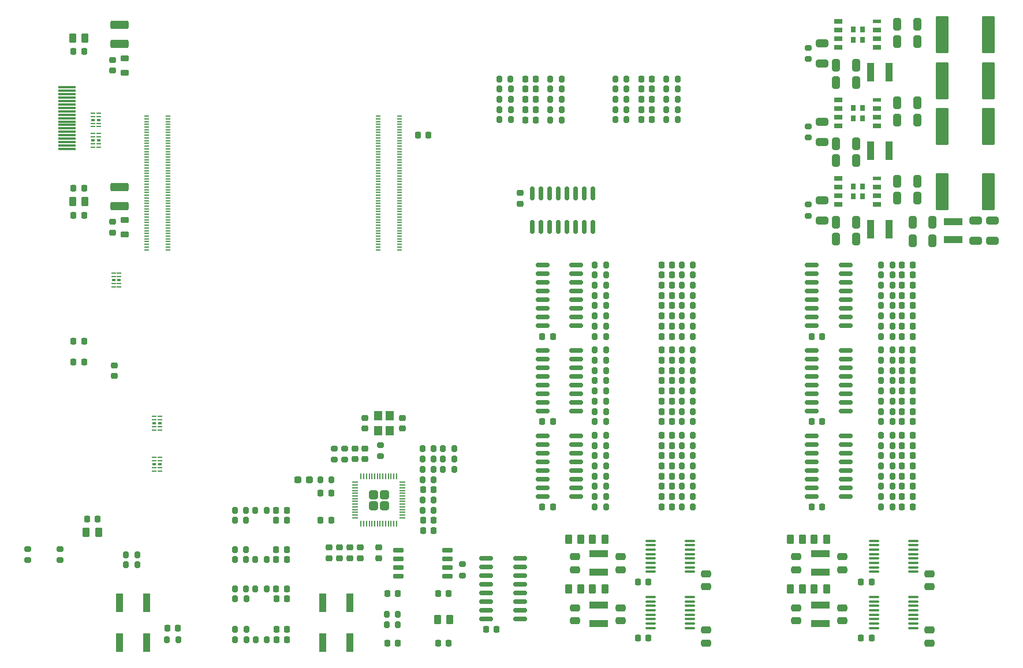
<source format=gtp>
G04 #@! TF.GenerationSoftware,KiCad,Pcbnew,(6.0.9-0)*
G04 #@! TF.CreationDate,2023-02-07T08:34:20+01:00*
G04 #@! TF.ProjectId,Cockpit-CPU-Card,436f636b-7069-4742-9d43-50552d436172,A*
G04 #@! TF.SameCoordinates,Original*
G04 #@! TF.FileFunction,Paste,Top*
G04 #@! TF.FilePolarity,Positive*
%FSLAX46Y46*%
G04 Gerber Fmt 4.6, Leading zero omitted, Abs format (unit mm)*
G04 Created by KiCad (PCBNEW (6.0.9-0)) date 2023-02-07 08:34:20*
%MOMM*%
%LPD*%
G01*
G04 APERTURE LIST*
G04 Aperture macros list*
%AMRoundRect*
0 Rectangle with rounded corners*
0 $1 Rounding radius*
0 $2 $3 $4 $5 $6 $7 $8 $9 X,Y pos of 4 corners*
0 Add a 4 corners polygon primitive as box body*
4,1,4,$2,$3,$4,$5,$6,$7,$8,$9,$2,$3,0*
0 Add four circle primitives for the rounded corners*
1,1,$1+$1,$2,$3*
1,1,$1+$1,$4,$5*
1,1,$1+$1,$6,$7*
1,1,$1+$1,$8,$9*
0 Add four rect primitives between the rounded corners*
20,1,$1+$1,$2,$3,$4,$5,0*
20,1,$1+$1,$4,$5,$6,$7,0*
20,1,$1+$1,$6,$7,$8,$9,0*
20,1,$1+$1,$8,$9,$2,$3,0*%
G04 Aperture macros list end*
%ADD10RoundRect,0.200000X-0.200000X-0.275000X0.200000X-0.275000X0.200000X0.275000X-0.200000X0.275000X0*%
%ADD11R,1.000000X2.800000*%
%ADD12RoundRect,0.225000X-0.225000X-0.250000X0.225000X-0.250000X0.225000X0.250000X-0.225000X0.250000X0*%
%ADD13RoundRect,0.200000X0.200000X0.275000X-0.200000X0.275000X-0.200000X-0.275000X0.200000X-0.275000X0*%
%ADD14RoundRect,0.200000X-0.275000X0.200000X-0.275000X-0.200000X0.275000X-0.200000X0.275000X0.200000X0*%
%ADD15RoundRect,0.019000X0.256000X-0.076000X0.256000X0.076000X-0.256000X0.076000X-0.256000X-0.076000X0*%
%ADD16RoundRect,0.040000X0.235000X-0.160000X0.235000X0.160000X-0.235000X0.160000X-0.235000X-0.160000X0*%
%ADD17RoundRect,0.250000X-0.262500X-0.450000X0.262500X-0.450000X0.262500X0.450000X-0.262500X0.450000X0*%
%ADD18RoundRect,0.150000X0.825000X0.150000X-0.825000X0.150000X-0.825000X-0.150000X0.825000X-0.150000X0*%
%ADD19RoundRect,0.249999X0.395001X0.395001X-0.395001X0.395001X-0.395001X-0.395001X0.395001X-0.395001X0*%
%ADD20RoundRect,0.050000X0.387500X0.050000X-0.387500X0.050000X-0.387500X-0.050000X0.387500X-0.050000X0*%
%ADD21RoundRect,0.050000X0.050000X0.387500X-0.050000X0.387500X-0.050000X-0.387500X0.050000X-0.387500X0*%
%ADD22RoundRect,0.250000X0.325000X0.650000X-0.325000X0.650000X-0.325000X-0.650000X0.325000X-0.650000X0*%
%ADD23RoundRect,0.225000X0.225000X0.250000X-0.225000X0.250000X-0.225000X-0.250000X0.225000X-0.250000X0*%
%ADD24RoundRect,0.019000X-0.256000X0.076000X-0.256000X-0.076000X0.256000X-0.076000X0.256000X0.076000X0*%
%ADD25RoundRect,0.040000X-0.235000X0.160000X-0.235000X-0.160000X0.235000X-0.160000X0.235000X0.160000X0*%
%ADD26R,2.800000X1.000000*%
%ADD27RoundRect,0.250000X0.475000X-0.250000X0.475000X0.250000X-0.475000X0.250000X-0.475000X-0.250000X0*%
%ADD28RoundRect,0.250000X0.262500X0.450000X-0.262500X0.450000X-0.262500X-0.450000X0.262500X-0.450000X0*%
%ADD29RoundRect,0.250000X1.075000X-0.375000X1.075000X0.375000X-1.075000X0.375000X-1.075000X-0.375000X0*%
%ADD30RoundRect,0.200000X0.275000X-0.200000X0.275000X0.200000X-0.275000X0.200000X-0.275000X-0.200000X0*%
%ADD31RoundRect,0.225000X0.250000X-0.225000X0.250000X0.225000X-0.250000X0.225000X-0.250000X-0.225000X0*%
%ADD32RoundRect,0.250000X-0.712500X-2.475000X0.712500X-2.475000X0.712500X2.475000X-0.712500X2.475000X0*%
%ADD33R,1.200000X1.400000*%
%ADD34RoundRect,0.225000X-0.250000X0.225000X-0.250000X-0.225000X0.250000X-0.225000X0.250000X0.225000X0*%
%ADD35RoundRect,0.150000X0.650000X0.150000X-0.650000X0.150000X-0.650000X-0.150000X0.650000X-0.150000X0*%
%ADD36RoundRect,0.250000X-0.650000X0.325000X-0.650000X-0.325000X0.650000X-0.325000X0.650000X0.325000X0*%
%ADD37RoundRect,0.100000X-0.637500X-0.100000X0.637500X-0.100000X0.637500X0.100000X-0.637500X0.100000X0*%
%ADD38R,1.310000X0.650000*%
%ADD39R,1.310000X0.600000*%
%ADD40R,0.795000X0.900000*%
%ADD41RoundRect,0.250000X-0.475000X0.250000X-0.475000X-0.250000X0.475000X-0.250000X0.475000X0.250000X0*%
%ADD42R,0.700000X0.200000*%
%ADD43RoundRect,0.218750X-0.381250X0.218750X-0.381250X-0.218750X0.381250X-0.218750X0.381250X0.218750X0*%
%ADD44RoundRect,0.237500X-0.287500X-0.237500X0.287500X-0.237500X0.287500X0.237500X-0.287500X0.237500X0*%
%ADD45RoundRect,0.150000X0.150000X-0.825000X0.150000X0.825000X-0.150000X0.825000X-0.150000X-0.825000X0*%
%ADD46R,2.600000X0.300000*%
G04 APERTURE END LIST*
D10*
X143700000Y-66990000D03*
X145350000Y-66990000D03*
X107925000Y-144705000D03*
X109575000Y-144705000D03*
D11*
X200850000Y-84500000D03*
X198150000Y-84500000D03*
D12*
X127225000Y-138000000D03*
X128775000Y-138000000D03*
X189475000Y-112750000D03*
X191025000Y-112750000D03*
D13*
X169825000Y-66980000D03*
X168175000Y-66980000D03*
D14*
X138250000Y-133675000D03*
X138250000Y-135325000D03*
D15*
X87900000Y-93000000D03*
X87900000Y-92500000D03*
D16*
X87900000Y-92000000D03*
D15*
X87900000Y-91500000D03*
X87900000Y-91000000D03*
X87100000Y-91000000D03*
X87100000Y-91500000D03*
D16*
X87100000Y-92000000D03*
D15*
X87100000Y-92500000D03*
X87100000Y-93000000D03*
D12*
X202725000Y-117750000D03*
X204275000Y-117750000D03*
D10*
X157675000Y-92750000D03*
X159325000Y-92750000D03*
D12*
X202725000Y-108250000D03*
X204275000Y-108250000D03*
D10*
X135425000Y-118250000D03*
X137075000Y-118250000D03*
D17*
X134587500Y-141750000D03*
X136412500Y-141750000D03*
D18*
X154975000Y-111195000D03*
X154975000Y-109925000D03*
X154975000Y-108655000D03*
X154975000Y-107385000D03*
X154975000Y-106115000D03*
X154975000Y-104845000D03*
X154975000Y-103575000D03*
X154975000Y-102305000D03*
X150025000Y-102305000D03*
X150025000Y-103575000D03*
X150025000Y-104845000D03*
X150025000Y-106115000D03*
X150025000Y-107385000D03*
X150025000Y-108655000D03*
X150025000Y-109925000D03*
X150025000Y-111195000D03*
D13*
X145350000Y-65495000D03*
X143700000Y-65495000D03*
D12*
X202725000Y-103750000D03*
X204275000Y-103750000D03*
X149975000Y-100250000D03*
X151525000Y-100250000D03*
D19*
X125200000Y-125050000D03*
X126800000Y-123450000D03*
X125200000Y-123450000D03*
X126800000Y-125050000D03*
D20*
X129437500Y-126850000D03*
X129437500Y-126450000D03*
X129437500Y-126050000D03*
X129437500Y-125650000D03*
X129437500Y-125250000D03*
X129437500Y-124850000D03*
X129437500Y-124450000D03*
X129437500Y-124050000D03*
X129437500Y-123650000D03*
X129437500Y-123250000D03*
X129437500Y-122850000D03*
X129437500Y-122450000D03*
X129437500Y-122050000D03*
X129437500Y-121650000D03*
D21*
X128600000Y-120812500D03*
X128200000Y-120812500D03*
X127800000Y-120812500D03*
X127400000Y-120812500D03*
X127000000Y-120812500D03*
X126600000Y-120812500D03*
X126200000Y-120812500D03*
X125800000Y-120812500D03*
X125400000Y-120812500D03*
X125000000Y-120812500D03*
X124600000Y-120812500D03*
X124200000Y-120812500D03*
X123800000Y-120812500D03*
X123400000Y-120812500D03*
D20*
X122562500Y-121650000D03*
X122562500Y-122050000D03*
X122562500Y-122450000D03*
X122562500Y-122850000D03*
X122562500Y-123250000D03*
X122562500Y-123650000D03*
X122562500Y-124050000D03*
X122562500Y-124450000D03*
X122562500Y-124850000D03*
X122562500Y-125250000D03*
X122562500Y-125650000D03*
X122562500Y-126050000D03*
X122562500Y-126450000D03*
X122562500Y-126850000D03*
D21*
X123400000Y-127687500D03*
X123800000Y-127687500D03*
X124200000Y-127687500D03*
X124600000Y-127687500D03*
X125000000Y-127687500D03*
X125400000Y-127687500D03*
X125800000Y-127687500D03*
X126200000Y-127687500D03*
X126600000Y-127687500D03*
X127000000Y-127687500D03*
X127400000Y-127687500D03*
X127800000Y-127687500D03*
X128200000Y-127687500D03*
X128600000Y-127687500D03*
D10*
X170425000Y-108250000D03*
X172075000Y-108250000D03*
D13*
X106575000Y-143205000D03*
X104925000Y-143205000D03*
D22*
X204975000Y-77500000D03*
X202025000Y-77500000D03*
D23*
X169025000Y-92750000D03*
X167475000Y-92750000D03*
D24*
X93100000Y-112000000D03*
X93100000Y-112500000D03*
D25*
X93100000Y-113000000D03*
D24*
X93100000Y-113500000D03*
X93100000Y-114000000D03*
X93900000Y-114000000D03*
X93900000Y-113500000D03*
D25*
X93900000Y-113000000D03*
D24*
X93900000Y-112500000D03*
X93900000Y-112000000D03*
D12*
X132475000Y-122750000D03*
X134025000Y-122750000D03*
D26*
X190750000Y-134850000D03*
X190750000Y-132150000D03*
D23*
X169025000Y-105250000D03*
X167475000Y-105250000D03*
D13*
X201325000Y-114750000D03*
X199675000Y-114750000D03*
D23*
X169025000Y-114750000D03*
X167475000Y-114750000D03*
D27*
X161500000Y-141950000D03*
X161500000Y-140050000D03*
D11*
X88000000Y-139350000D03*
X88000000Y-145150000D03*
X92000000Y-139350000D03*
X92000000Y-145150000D03*
D28*
X159162500Y-130000000D03*
X157337500Y-130000000D03*
D12*
X189475000Y-125275000D03*
X191025000Y-125275000D03*
D10*
X104910000Y-131500000D03*
X106560000Y-131500000D03*
D23*
X169025000Y-89750000D03*
X167475000Y-89750000D03*
D12*
X110975000Y-138750000D03*
X112525000Y-138750000D03*
D29*
X88000000Y-57400000D03*
X88000000Y-54600000D03*
D23*
X169025000Y-112750000D03*
X167475000Y-112750000D03*
D10*
X157675000Y-103750000D03*
X159325000Y-103750000D03*
X199675000Y-125250000D03*
X201325000Y-125250000D03*
D13*
X201325000Y-95750000D03*
X199675000Y-95750000D03*
D10*
X135425000Y-116750000D03*
X137075000Y-116750000D03*
X157675000Y-102250000D03*
X159325000Y-102250000D03*
D23*
X169025000Y-123750000D03*
X167475000Y-123750000D03*
D11*
X117750000Y-139350000D03*
X117750000Y-145150000D03*
X121750000Y-145150000D03*
X121750000Y-139350000D03*
D10*
X132425000Y-124250000D03*
X134075000Y-124250000D03*
D12*
X132475000Y-128750000D03*
X134025000Y-128750000D03*
D30*
X119500000Y-118325000D03*
X119500000Y-116675000D03*
D10*
X170425000Y-123750000D03*
X172075000Y-123750000D03*
D13*
X119075000Y-121250000D03*
X117425000Y-121250000D03*
D12*
X164475000Y-68480000D03*
X166025000Y-68480000D03*
D10*
X143675000Y-62500000D03*
X145325000Y-62500000D03*
D12*
X202725000Y-102250000D03*
X204275000Y-102250000D03*
X164475000Y-63990000D03*
X166025000Y-63990000D03*
D13*
X106575000Y-144705000D03*
X104925000Y-144705000D03*
D17*
X83087500Y-129000000D03*
X84912500Y-129000000D03*
D23*
X133275000Y-70750000D03*
X131725000Y-70750000D03*
D14*
X126250000Y-116175000D03*
X126250000Y-117825000D03*
D12*
X202725000Y-125250000D03*
X204275000Y-125250000D03*
D23*
X169025000Y-108250000D03*
X167475000Y-108250000D03*
D11*
X200850000Y-61500000D03*
X198150000Y-61500000D03*
D10*
X170425000Y-95750000D03*
X172075000Y-95750000D03*
X104910000Y-125750000D03*
X106560000Y-125750000D03*
D12*
X202725000Y-123750000D03*
X204275000Y-123750000D03*
X164475000Y-62500000D03*
X166025000Y-62500000D03*
D14*
X74500000Y-131425000D03*
X74500000Y-133075000D03*
D22*
X195975000Y-63000000D03*
X193025000Y-63000000D03*
D13*
X172075000Y-103750000D03*
X170425000Y-103750000D03*
D31*
X122500000Y-118275000D03*
X122500000Y-116725000D03*
D18*
X154975000Y-123695000D03*
X154975000Y-122425000D03*
X154975000Y-121155000D03*
X154975000Y-119885000D03*
X154975000Y-118615000D03*
X154975000Y-117345000D03*
X154975000Y-116075000D03*
X154975000Y-114805000D03*
X150025000Y-114805000D03*
X150025000Y-116075000D03*
X150025000Y-117345000D03*
X150025000Y-118615000D03*
X150025000Y-119885000D03*
X150025000Y-121155000D03*
X150025000Y-122425000D03*
X150025000Y-123695000D03*
D13*
X201325000Y-105250000D03*
X199675000Y-105250000D03*
D32*
X208612500Y-62750000D03*
X215387500Y-62750000D03*
D10*
X199675000Y-116250000D03*
X201325000Y-116250000D03*
D14*
X189000000Y-69425000D03*
X189000000Y-71075000D03*
D31*
X87000000Y-85025000D03*
X87000000Y-83475000D03*
D12*
X147475000Y-65500000D03*
X149025000Y-65500000D03*
X202725000Y-109750000D03*
X204275000Y-109750000D03*
D13*
X172075000Y-125250000D03*
X170425000Y-125250000D03*
D23*
X119025000Y-123250000D03*
X117475000Y-123250000D03*
D33*
X127600000Y-114100000D03*
X127600000Y-111900000D03*
X125900000Y-111900000D03*
X125900000Y-114100000D03*
D10*
X199675000Y-103750000D03*
X201325000Y-103750000D03*
D18*
X154975000Y-98695000D03*
X154975000Y-97425000D03*
X154975000Y-96155000D03*
X154975000Y-94885000D03*
X154975000Y-93615000D03*
X154975000Y-92345000D03*
X154975000Y-91075000D03*
X154975000Y-89805000D03*
X150025000Y-89805000D03*
X150025000Y-91075000D03*
X150025000Y-92345000D03*
X150025000Y-93615000D03*
X150025000Y-94885000D03*
X150025000Y-96155000D03*
X150025000Y-97425000D03*
X150025000Y-98695000D03*
D22*
X204975000Y-57000000D03*
X202025000Y-57000000D03*
D10*
X107910000Y-137250000D03*
X109560000Y-137250000D03*
D23*
X169025000Y-97250000D03*
X167475000Y-97250000D03*
D13*
X162325000Y-62500000D03*
X160675000Y-62500000D03*
X201325000Y-117750000D03*
X199675000Y-117750000D03*
D10*
X157675000Y-116250000D03*
X159325000Y-116250000D03*
X160675000Y-66990000D03*
X162325000Y-66990000D03*
D34*
X123250000Y-131225000D03*
X123250000Y-132775000D03*
D10*
X104910000Y-127250000D03*
X106560000Y-127250000D03*
X199675000Y-100250000D03*
X201325000Y-100250000D03*
D13*
X169825000Y-68480000D03*
X168175000Y-68480000D03*
D12*
X202725000Y-89750000D03*
X204275000Y-89750000D03*
D35*
X136100000Y-135405000D03*
X136100000Y-134135000D03*
X136100000Y-132865000D03*
X136100000Y-131595000D03*
X128900000Y-131595000D03*
X128900000Y-132865000D03*
X128900000Y-134135000D03*
X128900000Y-135405000D03*
D10*
X170425000Y-92750000D03*
X172075000Y-92750000D03*
D23*
X82775000Y-101000000D03*
X81225000Y-101000000D03*
D22*
X204975000Y-68500000D03*
X202025000Y-68500000D03*
D23*
X169025000Y-122250000D03*
X167475000Y-122250000D03*
D10*
X157675000Y-108250000D03*
X159325000Y-108250000D03*
D13*
X90575000Y-133750000D03*
X88925000Y-133750000D03*
X152825000Y-62500000D03*
X151175000Y-62500000D03*
D10*
X157675000Y-117750000D03*
X159325000Y-117750000D03*
D22*
X204975000Y-66000000D03*
X202025000Y-66000000D03*
D12*
X110960000Y-137250000D03*
X112510000Y-137250000D03*
D23*
X169025000Y-94250000D03*
X167475000Y-94250000D03*
D10*
X157675000Y-109750000D03*
X159325000Y-109750000D03*
X143700000Y-63995000D03*
X145350000Y-63995000D03*
D13*
X172075000Y-106750000D03*
X170425000Y-106750000D03*
D10*
X132425000Y-119750000D03*
X134075000Y-119750000D03*
X157675000Y-119250000D03*
X159325000Y-119250000D03*
D23*
X169025000Y-98750000D03*
X167475000Y-98750000D03*
D14*
X189000000Y-80925000D03*
X189000000Y-82575000D03*
D23*
X84775000Y-127000000D03*
X83225000Y-127000000D03*
X82775000Y-82500000D03*
X81225000Y-82500000D03*
D10*
X157675000Y-125250000D03*
X159325000Y-125250000D03*
D12*
X202725000Y-111250000D03*
X204275000Y-111250000D03*
D36*
X213500000Y-83275000D03*
X213500000Y-86225000D03*
D12*
X189475000Y-100275000D03*
X191025000Y-100275000D03*
D37*
X165887500Y-138475000D03*
X165887500Y-139125000D03*
X165887500Y-139775000D03*
X165887500Y-140425000D03*
X165887500Y-141075000D03*
X165887500Y-141725000D03*
X165887500Y-142375000D03*
X165887500Y-143025000D03*
X171612500Y-143025000D03*
X171612500Y-142375000D03*
X171612500Y-141725000D03*
X171612500Y-141075000D03*
X171612500Y-140425000D03*
X171612500Y-139775000D03*
X171612500Y-139125000D03*
X171612500Y-138475000D03*
D26*
X158250000Y-142350000D03*
X158250000Y-139650000D03*
D13*
X169825000Y-63990000D03*
X168175000Y-63990000D03*
D10*
X170425000Y-102250000D03*
X172075000Y-102250000D03*
D38*
X199095000Y-57905000D03*
X199095000Y-56635000D03*
X199095000Y-55365000D03*
D39*
X199095000Y-54095000D03*
D38*
X193405000Y-54095000D03*
X193405000Y-55365000D03*
X193405000Y-56635000D03*
X193405000Y-57905000D03*
D40*
X195587500Y-56750000D03*
X196912500Y-55250000D03*
X195587500Y-55250000D03*
X196912500Y-56750000D03*
D22*
X195975000Y-60500000D03*
X193025000Y-60500000D03*
D23*
X119025000Y-127250000D03*
X117475000Y-127250000D03*
D13*
X106560000Y-133000000D03*
X104910000Y-133000000D03*
D41*
X154750000Y-132550000D03*
X154750000Y-134450000D03*
D10*
X157675000Y-91250000D03*
X159325000Y-91250000D03*
D29*
X88000000Y-81150000D03*
X88000000Y-78350000D03*
D13*
X162325000Y-68490000D03*
X160675000Y-68490000D03*
X152825000Y-65500000D03*
X151175000Y-65500000D03*
D22*
X204975000Y-80000000D03*
X202025000Y-80000000D03*
D28*
X191662500Y-137250000D03*
X189837500Y-137250000D03*
D12*
X202725000Y-116250000D03*
X204275000Y-116250000D03*
D23*
X198275000Y-136250000D03*
X196725000Y-136250000D03*
D10*
X199675000Y-122250000D03*
X201325000Y-122250000D03*
D12*
X202725000Y-94250000D03*
X204275000Y-94250000D03*
X110975000Y-143205000D03*
X112525000Y-143205000D03*
D42*
X129000000Y-87550000D03*
X125920000Y-87550000D03*
X129000000Y-87150000D03*
X125920000Y-87150000D03*
X129000000Y-86750000D03*
X125920000Y-86750000D03*
X129000000Y-86350000D03*
X125920000Y-86350000D03*
X129000000Y-85950000D03*
X125920000Y-85950000D03*
X129000000Y-85550000D03*
X125920000Y-85550000D03*
X129000000Y-85150000D03*
X125920000Y-85150000D03*
X129000000Y-84750000D03*
X125920000Y-84750000D03*
X129000000Y-84350000D03*
X125920000Y-84350000D03*
X129000000Y-83950000D03*
X125920000Y-83950000D03*
X129000000Y-83550000D03*
X125920000Y-83550000D03*
X129000000Y-83150000D03*
X125920000Y-83150000D03*
X129000000Y-82750000D03*
X125920000Y-82750000D03*
X129000000Y-82350000D03*
X125920000Y-82350000D03*
X129000000Y-81950000D03*
X125920000Y-81950000D03*
X129000000Y-81550000D03*
X125920000Y-81550000D03*
X129000000Y-81150000D03*
X125920000Y-81150000D03*
X129000000Y-80750000D03*
X125920000Y-80750000D03*
X129000000Y-80350000D03*
X125920000Y-80350000D03*
X129000000Y-79950000D03*
X125920000Y-79950000D03*
X129000000Y-79550000D03*
X125920000Y-79550000D03*
X129000000Y-79150000D03*
X125920000Y-79150000D03*
X129000000Y-78750000D03*
X125920000Y-78750000D03*
X129000000Y-78350000D03*
X125920000Y-78350000D03*
X129000000Y-77950000D03*
X125920000Y-77950000D03*
X129000000Y-77550000D03*
X125920000Y-77550000D03*
X129000000Y-77150000D03*
X125920000Y-77150000D03*
X129000000Y-76750000D03*
X125920000Y-76750000D03*
X129000000Y-76350000D03*
X125920000Y-76350000D03*
X129000000Y-75950000D03*
X125920000Y-75950000D03*
X129000000Y-75550000D03*
X125920000Y-75550000D03*
X129000000Y-75150000D03*
X125920000Y-75150000D03*
X129000000Y-74750000D03*
X125920000Y-74750000D03*
X129000000Y-74350000D03*
X125920000Y-74350000D03*
X129000000Y-73950000D03*
X125920000Y-73950000D03*
X129000000Y-73550000D03*
X125920000Y-73550000D03*
X129000000Y-73150000D03*
X125920000Y-73150000D03*
X129000000Y-72750000D03*
X125920000Y-72750000D03*
X129000000Y-72350000D03*
X125920000Y-72350000D03*
X129000000Y-71950000D03*
X125920000Y-71950000D03*
X129000000Y-71550000D03*
X125920000Y-71550000D03*
X129000000Y-71150000D03*
X125920000Y-71150000D03*
X129000000Y-70750000D03*
X125920000Y-70750000D03*
X129000000Y-70350000D03*
X125920000Y-70350000D03*
X129000000Y-69950000D03*
X125920000Y-69950000D03*
X129000000Y-69550000D03*
X125920000Y-69550000D03*
X129000000Y-69150000D03*
X125920000Y-69150000D03*
X129000000Y-68750000D03*
X125920000Y-68750000D03*
X129000000Y-68350000D03*
X125920000Y-68350000D03*
X129000000Y-67950000D03*
X125920000Y-67950000D03*
X95080000Y-87550000D03*
X92000000Y-87550000D03*
X95080000Y-87150000D03*
X92000000Y-87150000D03*
X95080000Y-86750000D03*
X92000000Y-86750000D03*
X95080000Y-86350000D03*
X92000000Y-86350000D03*
X95080000Y-85950000D03*
X92000000Y-85950000D03*
X95080000Y-85550000D03*
X92000000Y-85550000D03*
X95080000Y-85150000D03*
X92000000Y-85150000D03*
X95080000Y-84750000D03*
X92000000Y-84750000D03*
X95080000Y-84350000D03*
X92000000Y-84350000D03*
X95080000Y-83950000D03*
X92000000Y-83950000D03*
X95080000Y-83550000D03*
X92000000Y-83550000D03*
X95080000Y-83150000D03*
X92000000Y-83150000D03*
X95080000Y-82750000D03*
X92000000Y-82750000D03*
X95080000Y-82350000D03*
X92000000Y-82350000D03*
X95080000Y-81950000D03*
X92000000Y-81950000D03*
X95080000Y-81550000D03*
X92000000Y-81550000D03*
X95080000Y-81150000D03*
X92000000Y-81150000D03*
X95080000Y-80750000D03*
X92000000Y-80750000D03*
X95080000Y-80350000D03*
X92000000Y-80350000D03*
X95080000Y-79950000D03*
X92000000Y-79950000D03*
X95080000Y-79550000D03*
X92000000Y-79550000D03*
X95080000Y-79150000D03*
X92000000Y-79150000D03*
X95080000Y-78750000D03*
X92000000Y-78750000D03*
X95080000Y-78350000D03*
X92000000Y-78350000D03*
X95080000Y-77950000D03*
X92000000Y-77950000D03*
X95080000Y-77550000D03*
X92000000Y-77550000D03*
X95080000Y-77150000D03*
X92000000Y-77150000D03*
X95080000Y-76750000D03*
X92000000Y-76750000D03*
X95080000Y-76350000D03*
X92000000Y-76350000D03*
X95080000Y-75950000D03*
X92000000Y-75950000D03*
X95080000Y-75550000D03*
X92000000Y-75550000D03*
X95080000Y-75150000D03*
X92000000Y-75150000D03*
X95080000Y-74750000D03*
X92000000Y-74750000D03*
X95080000Y-74350000D03*
X92000000Y-74350000D03*
X95080000Y-73950000D03*
X92000000Y-73950000D03*
X95080000Y-73550000D03*
X92000000Y-73550000D03*
X95080000Y-73150000D03*
X92000000Y-73150000D03*
X95080000Y-72750000D03*
X92000000Y-72750000D03*
X95080000Y-72350000D03*
X92000000Y-72350000D03*
X95080000Y-71950000D03*
X92000000Y-71950000D03*
X95080000Y-71550000D03*
X92000000Y-71550000D03*
X95080000Y-71150000D03*
X92000000Y-71150000D03*
X95080000Y-70750000D03*
X92000000Y-70750000D03*
X95080000Y-70350000D03*
X92000000Y-70350000D03*
X95080000Y-69950000D03*
X92000000Y-69950000D03*
X95080000Y-69550000D03*
X92000000Y-69550000D03*
X95080000Y-69150000D03*
X92000000Y-69150000D03*
X95080000Y-68750000D03*
X92000000Y-68750000D03*
X95080000Y-68350000D03*
X92000000Y-68350000D03*
X95080000Y-67950000D03*
X92000000Y-67950000D03*
D23*
X169025000Y-102250000D03*
X167475000Y-102250000D03*
D22*
X204975000Y-54500000D03*
X202025000Y-54500000D03*
D13*
X96575000Y-144750000D03*
X94925000Y-144750000D03*
D10*
X170425000Y-120750000D03*
X172075000Y-120750000D03*
D11*
X200850000Y-73000000D03*
X198150000Y-73000000D03*
D10*
X157675000Y-95750000D03*
X159325000Y-95750000D03*
D14*
X79250000Y-131425000D03*
X79250000Y-133075000D03*
D10*
X157675000Y-123750000D03*
X159325000Y-123750000D03*
X157675000Y-112750000D03*
X159325000Y-112750000D03*
X107910000Y-133000000D03*
X109560000Y-133000000D03*
D23*
X165525000Y-136250000D03*
X163975000Y-136250000D03*
D26*
X190750000Y-142350000D03*
X190750000Y-139650000D03*
D13*
X128825000Y-141000000D03*
X127175000Y-141000000D03*
D22*
X195975000Y-72000000D03*
X193025000Y-72000000D03*
D10*
X199675000Y-97250000D03*
X201325000Y-97250000D03*
D12*
X147475000Y-62500000D03*
X149025000Y-62500000D03*
D13*
X172075000Y-97250000D03*
X170425000Y-97250000D03*
X162325000Y-65500000D03*
X160675000Y-65500000D03*
X201325000Y-120750000D03*
X199675000Y-120750000D03*
D12*
X202725000Y-119250000D03*
X204275000Y-119250000D03*
D22*
X207225000Y-86250000D03*
X204275000Y-86250000D03*
D10*
X157675000Y-111250000D03*
X159325000Y-111250000D03*
X132425000Y-118250000D03*
X134075000Y-118250000D03*
D13*
X172075000Y-109750000D03*
X170425000Y-109750000D03*
X172075000Y-94250000D03*
X170425000Y-94250000D03*
D12*
X127225000Y-145250000D03*
X128775000Y-145250000D03*
D13*
X152825000Y-68495000D03*
X151175000Y-68495000D03*
D34*
X146750000Y-79225000D03*
X146750000Y-80775000D03*
D12*
X110975000Y-144705000D03*
X112525000Y-144705000D03*
D23*
X169025000Y-125250000D03*
X167475000Y-125250000D03*
X169025000Y-120750000D03*
X167475000Y-120750000D03*
D13*
X145350000Y-68490000D03*
X143700000Y-68490000D03*
D23*
X169025000Y-91250000D03*
X167475000Y-91250000D03*
D10*
X132425000Y-121250000D03*
X134075000Y-121250000D03*
D27*
X161500000Y-134450000D03*
X161500000Y-132550000D03*
D36*
X216000000Y-83275000D03*
X216000000Y-86225000D03*
D13*
X201325000Y-108250000D03*
X199675000Y-108250000D03*
D18*
X194475000Y-98695000D03*
X194475000Y-97425000D03*
X194475000Y-96155000D03*
X194475000Y-94885000D03*
X194475000Y-93615000D03*
X194475000Y-92345000D03*
X194475000Y-91075000D03*
X194475000Y-89805000D03*
X189525000Y-89805000D03*
X189525000Y-91075000D03*
X189525000Y-92345000D03*
X189525000Y-93615000D03*
X189525000Y-94885000D03*
X189525000Y-96155000D03*
X189525000Y-97425000D03*
X189525000Y-98695000D03*
D15*
X84900000Y-69500000D03*
X84900000Y-69000000D03*
D16*
X84900000Y-68500000D03*
D15*
X84900000Y-68000000D03*
X84900000Y-67500000D03*
X84100000Y-67500000D03*
X84100000Y-68000000D03*
D16*
X84100000Y-68500000D03*
D15*
X84100000Y-69000000D03*
X84100000Y-69500000D03*
D43*
X88750000Y-83187500D03*
X88750000Y-85312500D03*
D31*
X124000000Y-113775000D03*
X124000000Y-112225000D03*
D12*
X202725000Y-97250000D03*
X204275000Y-97250000D03*
D23*
X82775000Y-104000000D03*
X81225000Y-104000000D03*
D12*
X110960000Y-131500000D03*
X112510000Y-131500000D03*
D10*
X157675000Y-120750000D03*
X159325000Y-120750000D03*
D12*
X202725000Y-114750000D03*
X204275000Y-114750000D03*
D41*
X174000000Y-135050000D03*
X174000000Y-136950000D03*
D13*
X128825000Y-142500000D03*
X127175000Y-142500000D03*
D36*
X191000000Y-57275000D03*
X191000000Y-60225000D03*
D17*
X186337500Y-130000000D03*
X188162500Y-130000000D03*
D12*
X94975000Y-143000000D03*
X96525000Y-143000000D03*
X132475000Y-127250000D03*
X134025000Y-127250000D03*
D13*
X172075000Y-100250000D03*
X170425000Y-100250000D03*
D12*
X202725000Y-105250000D03*
X204275000Y-105250000D03*
D23*
X169025000Y-119250000D03*
X167475000Y-119250000D03*
D12*
X110960000Y-125750000D03*
X112510000Y-125750000D03*
X202725000Y-122250000D03*
X204275000Y-122250000D03*
D13*
X169825000Y-62500000D03*
X168175000Y-62500000D03*
D10*
X157675000Y-106750000D03*
X159325000Y-106750000D03*
D38*
X199095000Y-69405000D03*
X199095000Y-68135000D03*
X199095000Y-66865000D03*
D39*
X199095000Y-65595000D03*
D38*
X193405000Y-65595000D03*
X193405000Y-66865000D03*
X193405000Y-68135000D03*
X193405000Y-69405000D03*
D40*
X195587500Y-66750000D03*
X196912500Y-66750000D03*
X195587500Y-68250000D03*
X196912500Y-68250000D03*
D34*
X121750000Y-131225000D03*
X121750000Y-132775000D03*
D13*
X172075000Y-122250000D03*
X170425000Y-122250000D03*
D12*
X149975000Y-112750000D03*
X151525000Y-112750000D03*
D41*
X187250000Y-140050000D03*
X187250000Y-141950000D03*
D10*
X157675000Y-97250000D03*
X159325000Y-97250000D03*
D12*
X147475000Y-64000000D03*
X149025000Y-64000000D03*
D23*
X169025000Y-109750000D03*
X167475000Y-109750000D03*
D10*
X199675000Y-94250000D03*
X201325000Y-94250000D03*
D36*
X191000000Y-68775000D03*
X191000000Y-71725000D03*
D44*
X114125000Y-121250000D03*
X115875000Y-121250000D03*
D45*
X148555000Y-84225000D03*
X149825000Y-84225000D03*
X151095000Y-84225000D03*
X152365000Y-84225000D03*
X153635000Y-84225000D03*
X154905000Y-84225000D03*
X156175000Y-84225000D03*
X157445000Y-84225000D03*
X157445000Y-79275000D03*
X156175000Y-79275000D03*
X154905000Y-79275000D03*
X153635000Y-79275000D03*
X152365000Y-79275000D03*
X151095000Y-79275000D03*
X149825000Y-79275000D03*
X148555000Y-79275000D03*
D17*
X186337500Y-137250000D03*
X188162500Y-137250000D03*
D18*
X146725000Y-141695000D03*
X146725000Y-140425000D03*
X146725000Y-139155000D03*
X146725000Y-137885000D03*
X146725000Y-136615000D03*
X146725000Y-135345000D03*
X146725000Y-134075000D03*
X146725000Y-132805000D03*
X141775000Y-132805000D03*
X141775000Y-134075000D03*
X141775000Y-135345000D03*
X141775000Y-136615000D03*
X141775000Y-137885000D03*
X141775000Y-139155000D03*
X141775000Y-140425000D03*
X141775000Y-141695000D03*
D15*
X84900000Y-72500000D03*
X84900000Y-72000000D03*
D16*
X84900000Y-71500000D03*
D15*
X84900000Y-71000000D03*
X84900000Y-70500000D03*
X84100000Y-70500000D03*
X84100000Y-71000000D03*
D16*
X84100000Y-71500000D03*
D15*
X84100000Y-72000000D03*
X84100000Y-72500000D03*
D12*
X202725000Y-100250000D03*
X204275000Y-100250000D03*
D13*
X201325000Y-102250000D03*
X199675000Y-102250000D03*
D34*
X118750000Y-131225000D03*
X118750000Y-132775000D03*
D37*
X198637500Y-138475000D03*
X198637500Y-139125000D03*
X198637500Y-139775000D03*
X198637500Y-140425000D03*
X198637500Y-141075000D03*
X198637500Y-141725000D03*
X198637500Y-142375000D03*
X198637500Y-143025000D03*
X204362500Y-143025000D03*
X204362500Y-142375000D03*
X204362500Y-141725000D03*
X204362500Y-141075000D03*
X204362500Y-140425000D03*
X204362500Y-139775000D03*
X204362500Y-139125000D03*
X204362500Y-138475000D03*
D10*
X104910000Y-137250000D03*
X106560000Y-137250000D03*
D22*
X195975000Y-86000000D03*
X193025000Y-86000000D03*
D12*
X202725000Y-112750000D03*
X204275000Y-112750000D03*
D10*
X157675000Y-100250000D03*
X159325000Y-100250000D03*
D23*
X169025000Y-95750000D03*
X167475000Y-95750000D03*
D46*
X80255000Y-72750000D03*
X80255000Y-72250000D03*
X80255000Y-71750000D03*
X80255000Y-71250000D03*
X80255000Y-70750000D03*
X80255000Y-70250000D03*
X80255000Y-69750000D03*
X80255000Y-69250000D03*
X80255000Y-68750000D03*
X80255000Y-68250000D03*
X80255000Y-67750000D03*
X80255000Y-67250000D03*
X80255000Y-66750000D03*
X80255000Y-66250000D03*
X80255000Y-65750000D03*
X80255000Y-65250000D03*
X80255000Y-64750000D03*
X80255000Y-64250000D03*
X80255000Y-63750000D03*
D10*
X170425000Y-117750000D03*
X172075000Y-117750000D03*
D22*
X207225000Y-83500000D03*
X204275000Y-83500000D03*
D12*
X202725000Y-91250000D03*
X204275000Y-91250000D03*
D10*
X132425000Y-125750000D03*
X134075000Y-125750000D03*
D32*
X208612500Y-79000000D03*
X215387500Y-79000000D03*
D17*
X153837500Y-130000000D03*
X155662500Y-130000000D03*
D23*
X169025000Y-103750000D03*
X167475000Y-103750000D03*
D12*
X149975000Y-125250000D03*
X151525000Y-125250000D03*
D13*
X106575000Y-138750000D03*
X104925000Y-138750000D03*
D22*
X195975000Y-83500000D03*
X193025000Y-83500000D03*
D13*
X201325000Y-98750000D03*
X199675000Y-98750000D03*
D10*
X157675000Y-105250000D03*
X159325000Y-105250000D03*
X199675000Y-109750000D03*
X201325000Y-109750000D03*
D13*
X172075000Y-91250000D03*
X170425000Y-91250000D03*
D38*
X199095000Y-80905000D03*
X199095000Y-79635000D03*
X199095000Y-78365000D03*
D39*
X199095000Y-77095000D03*
D38*
X193405000Y-77095000D03*
X193405000Y-78365000D03*
X193405000Y-79635000D03*
X193405000Y-80905000D03*
D40*
X196912500Y-78250000D03*
X196912500Y-79750000D03*
X195587500Y-78250000D03*
X195587500Y-79750000D03*
D12*
X147475000Y-68495000D03*
X149025000Y-68495000D03*
D27*
X194000000Y-141950000D03*
X194000000Y-140050000D03*
D10*
X170425000Y-89750000D03*
X172075000Y-89750000D03*
X132425000Y-116750000D03*
X134075000Y-116750000D03*
D41*
X187250000Y-132550000D03*
X187250000Y-134450000D03*
X154750000Y-140050000D03*
X154750000Y-141950000D03*
D13*
X201325000Y-111250000D03*
X199675000Y-111250000D03*
X201325000Y-92750000D03*
X199675000Y-92750000D03*
X172075000Y-119250000D03*
X170425000Y-119250000D03*
D34*
X87250000Y-104475000D03*
X87250000Y-106025000D03*
D10*
X157675000Y-94250000D03*
X159325000Y-94250000D03*
D23*
X82775000Y-58500000D03*
X81225000Y-58500000D03*
D17*
X81087500Y-80500000D03*
X82912500Y-80500000D03*
D10*
X157675000Y-114750000D03*
X159325000Y-114750000D03*
D12*
X110960000Y-127250000D03*
X112510000Y-127250000D03*
D10*
X170425000Y-111250000D03*
X172075000Y-111250000D03*
D13*
X152825000Y-64000000D03*
X151175000Y-64000000D03*
D10*
X157675000Y-89750000D03*
X159325000Y-89750000D03*
D23*
X136275000Y-138000000D03*
X134725000Y-138000000D03*
D13*
X90575000Y-132250000D03*
X88925000Y-132250000D03*
X152825000Y-66995000D03*
X151175000Y-66995000D03*
D37*
X165887500Y-130225000D03*
X165887500Y-130875000D03*
X165887500Y-131525000D03*
X165887500Y-132175000D03*
X165887500Y-132825000D03*
X165887500Y-133475000D03*
X165887500Y-134125000D03*
X165887500Y-134775000D03*
X171612500Y-134775000D03*
X171612500Y-134125000D03*
X171612500Y-133475000D03*
X171612500Y-132825000D03*
X171612500Y-132175000D03*
X171612500Y-131525000D03*
X171612500Y-130875000D03*
X171612500Y-130225000D03*
D23*
X169025000Y-111250000D03*
X167475000Y-111250000D03*
D37*
X198637500Y-130225000D03*
X198637500Y-130875000D03*
X198637500Y-131525000D03*
X198637500Y-132175000D03*
X198637500Y-132825000D03*
X198637500Y-133475000D03*
X198637500Y-134125000D03*
X198637500Y-134775000D03*
X204362500Y-134775000D03*
X204362500Y-134125000D03*
X204362500Y-133475000D03*
X204362500Y-132825000D03*
X204362500Y-132175000D03*
X204362500Y-131525000D03*
X204362500Y-130875000D03*
X204362500Y-130225000D03*
D12*
X164475000Y-65490000D03*
X166025000Y-65490000D03*
D30*
X121000000Y-118325000D03*
X121000000Y-116675000D03*
D10*
X170425000Y-105250000D03*
X172075000Y-105250000D03*
D41*
X206750000Y-135050000D03*
X206750000Y-136950000D03*
D23*
X169025000Y-117750000D03*
X167475000Y-117750000D03*
D13*
X172075000Y-116250000D03*
X170425000Y-116250000D03*
D12*
X202725000Y-95750000D03*
X204275000Y-95750000D03*
D10*
X157675000Y-98750000D03*
X159325000Y-98750000D03*
D13*
X172075000Y-112750000D03*
X170425000Y-112750000D03*
D28*
X191662500Y-130000000D03*
X189837500Y-130000000D03*
D17*
X81087500Y-56500000D03*
X82912500Y-56500000D03*
D24*
X93100000Y-118000000D03*
X93100000Y-118500000D03*
D25*
X93100000Y-119000000D03*
D24*
X93100000Y-119500000D03*
X93100000Y-120000000D03*
X93900000Y-120000000D03*
X93900000Y-119500000D03*
D25*
X93900000Y-119000000D03*
D24*
X93900000Y-118500000D03*
X93900000Y-118000000D03*
D32*
X208612500Y-69500000D03*
X215387500Y-69500000D03*
D23*
X169025000Y-106750000D03*
X167475000Y-106750000D03*
D14*
X189000000Y-57925000D03*
X189000000Y-59575000D03*
D36*
X191000000Y-80275000D03*
X191000000Y-83225000D03*
D10*
X170425000Y-114750000D03*
X172075000Y-114750000D03*
D34*
X120250000Y-131225000D03*
X120250000Y-132775000D03*
D12*
X202725000Y-106750000D03*
X204275000Y-106750000D03*
D13*
X201325000Y-89750000D03*
X199675000Y-89750000D03*
D10*
X160675000Y-64000000D03*
X162325000Y-64000000D03*
D23*
X198275000Y-144500000D03*
X196725000Y-144500000D03*
X165525000Y-144500000D03*
X163975000Y-144500000D03*
X82775000Y-78500000D03*
X81225000Y-78500000D03*
D41*
X206750000Y-143300000D03*
X206750000Y-145200000D03*
D43*
X88750000Y-59437500D03*
X88750000Y-61562500D03*
D12*
X147475000Y-66995000D03*
X149025000Y-66995000D03*
D28*
X159162500Y-137250000D03*
X157337500Y-137250000D03*
D23*
X169025000Y-100250000D03*
X167475000Y-100250000D03*
D10*
X170425000Y-98750000D03*
X172075000Y-98750000D03*
X199675000Y-112750000D03*
X201325000Y-112750000D03*
D17*
X153837500Y-137250000D03*
X155662500Y-137250000D03*
D10*
X199675000Y-91250000D03*
X201325000Y-91250000D03*
D18*
X194475000Y-111195000D03*
X194475000Y-109925000D03*
X194475000Y-108655000D03*
X194475000Y-107385000D03*
X194475000Y-106115000D03*
X194475000Y-104845000D03*
X194475000Y-103575000D03*
X194475000Y-102305000D03*
X189525000Y-102305000D03*
X189525000Y-103575000D03*
X189525000Y-104845000D03*
X189525000Y-106115000D03*
X189525000Y-107385000D03*
X189525000Y-108655000D03*
X189525000Y-109925000D03*
X189525000Y-111195000D03*
D22*
X195975000Y-74500000D03*
X193025000Y-74500000D03*
D26*
X158250000Y-134850000D03*
X158250000Y-132150000D03*
D10*
X107910000Y-125750000D03*
X109560000Y-125750000D03*
D27*
X194000000Y-134450000D03*
X194000000Y-132550000D03*
D18*
X194475000Y-123695000D03*
X194475000Y-122425000D03*
X194475000Y-121155000D03*
X194475000Y-119885000D03*
X194475000Y-118615000D03*
X194475000Y-117345000D03*
X194475000Y-116075000D03*
X194475000Y-114805000D03*
X189525000Y-114805000D03*
X189525000Y-116075000D03*
X189525000Y-117345000D03*
X189525000Y-118615000D03*
X189525000Y-119885000D03*
X189525000Y-121155000D03*
X189525000Y-122425000D03*
X189525000Y-123695000D03*
D26*
X210250000Y-83400000D03*
X210250000Y-86100000D03*
D12*
X202725000Y-92750000D03*
X204275000Y-92750000D03*
D23*
X169025000Y-116250000D03*
X167475000Y-116250000D03*
D12*
X202725000Y-98750000D03*
X204275000Y-98750000D03*
X164475000Y-66980000D03*
X166025000Y-66980000D03*
D10*
X199675000Y-106750000D03*
X201325000Y-106750000D03*
D23*
X136275000Y-145250000D03*
X134725000Y-145250000D03*
D10*
X135425000Y-119750000D03*
X137075000Y-119750000D03*
D34*
X129500000Y-112225000D03*
X129500000Y-113775000D03*
D32*
X208612500Y-56000000D03*
X215387500Y-56000000D03*
D12*
X141725000Y-143250000D03*
X143275000Y-143250000D03*
D13*
X169825000Y-65490000D03*
X168175000Y-65490000D03*
D41*
X174000000Y-143300000D03*
X174000000Y-145200000D03*
D12*
X110960000Y-133000000D03*
X112510000Y-133000000D03*
D10*
X199675000Y-119250000D03*
X201325000Y-119250000D03*
D34*
X126000000Y-131225000D03*
X126000000Y-132775000D03*
D10*
X157675000Y-122250000D03*
X159325000Y-122250000D03*
D13*
X201325000Y-123750000D03*
X199675000Y-123750000D03*
D12*
X202725000Y-120750000D03*
X204275000Y-120750000D03*
D31*
X124000000Y-118275000D03*
X124000000Y-116725000D03*
X87000000Y-61275000D03*
X87000000Y-59725000D03*
M02*

</source>
